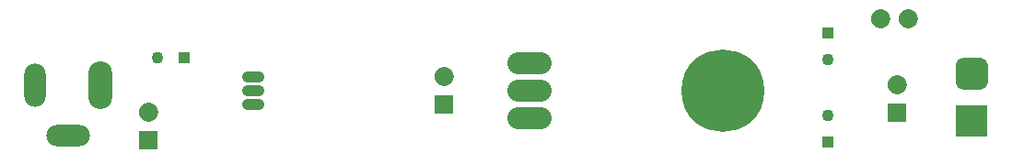
<source format=gbr>
G04 #@! TF.GenerationSoftware,KiCad,Pcbnew,5.1.10*
G04 #@! TF.CreationDate,2021-12-17T17:44:36+03:00*
G04 #@! TF.ProjectId,ripple_cancellation,72697070-6c65-45f6-9361-6e63656c6c61,rev?*
G04 #@! TF.SameCoordinates,Original*
G04 #@! TF.FileFunction,Soldermask,Bot*
G04 #@! TF.FilePolarity,Negative*
%FSLAX46Y46*%
G04 Gerber Fmt 4.6, Leading zero omitted, Abs format (unit mm)*
G04 Created by KiCad (PCBNEW 5.1.10) date 2021-12-17 17:44:36*
%MOMM*%
%LPD*%
G01*
G04 APERTURE LIST*
%ADD10O,4.064000X2.032000*%
%ADD11C,7.620000*%
%ADD12O,2.080000X1.040000*%
%ADD13R,3.000000X3.000000*%
%ADD14R,1.778000X1.778000*%
%ADD15O,4.000000X2.000000*%
%ADD16O,2.200000X4.400000*%
%ADD17O,2.000000X4.000000*%
%ADD18R,1.100000X1.100000*%
%ADD19C,1.100000*%
G04 APERTURE END LIST*
D10*
X108204000Y-53594000D03*
X108204000Y-56134000D03*
X108204000Y-58674000D03*
D11*
X125984000Y-56134000D03*
D12*
X82804000Y-57404000D03*
X82804000Y-56134000D03*
X82804000Y-54864000D03*
G36*
G01*
X142113000Y-49530000D02*
X142113000Y-49530000D01*
G75*
G02*
X143002000Y-48641000I889000J0D01*
G01*
X143002000Y-48641000D01*
G75*
G02*
X143891000Y-49530000I0J-889000D01*
G01*
X143891000Y-49530000D01*
G75*
G02*
X143002000Y-50419000I-889000J0D01*
G01*
X143002000Y-50419000D01*
G75*
G02*
X142113000Y-49530000I0J889000D01*
G01*
G37*
G36*
G01*
X139573000Y-49530000D02*
X139573000Y-49530000D01*
G75*
G02*
X140462000Y-48641000I889000J0D01*
G01*
X140462000Y-48641000D01*
G75*
G02*
X141351000Y-49530000I0J-889000D01*
G01*
X141351000Y-49530000D01*
G75*
G02*
X140462000Y-50419000I-889000J0D01*
G01*
X140462000Y-50419000D01*
G75*
G02*
X139573000Y-49530000I0J889000D01*
G01*
G37*
G36*
G01*
X149594000Y-56110000D02*
X148094000Y-56110000D01*
G75*
G02*
X147344000Y-55360000I0J750000D01*
G01*
X147344000Y-53860000D01*
G75*
G02*
X148094000Y-53110000I750000J0D01*
G01*
X149594000Y-53110000D01*
G75*
G02*
X150344000Y-53860000I0J-750000D01*
G01*
X150344000Y-55360000D01*
G75*
G02*
X149594000Y-56110000I-750000J0D01*
G01*
G37*
D13*
X148844000Y-58928000D03*
G36*
G01*
X141986000Y-56515000D02*
X141986000Y-56515000D01*
G75*
G02*
X141097000Y-55626000I0J889000D01*
G01*
X141097000Y-55626000D01*
G75*
G02*
X141986000Y-54737000I889000J0D01*
G01*
X141986000Y-54737000D01*
G75*
G02*
X142875000Y-55626000I0J-889000D01*
G01*
X142875000Y-55626000D01*
G75*
G02*
X141986000Y-56515000I-889000J0D01*
G01*
G37*
D14*
X141986000Y-58166000D03*
G36*
G01*
X100330000Y-55753000D02*
X100330000Y-55753000D01*
G75*
G02*
X99441000Y-54864000I0J889000D01*
G01*
X99441000Y-54864000D01*
G75*
G02*
X100330000Y-53975000I889000J0D01*
G01*
X100330000Y-53975000D01*
G75*
G02*
X101219000Y-54864000I0J-889000D01*
G01*
X101219000Y-54864000D01*
G75*
G02*
X100330000Y-55753000I-889000J0D01*
G01*
G37*
X100330000Y-57404000D03*
G36*
G01*
X73152000Y-59055000D02*
X73152000Y-59055000D01*
G75*
G02*
X72263000Y-58166000I0J889000D01*
G01*
X72263000Y-58166000D01*
G75*
G02*
X73152000Y-57277000I889000J0D01*
G01*
X73152000Y-57277000D01*
G75*
G02*
X74041000Y-58166000I0J-889000D01*
G01*
X74041000Y-58166000D01*
G75*
G02*
X73152000Y-59055000I-889000J0D01*
G01*
G37*
X73152000Y-60706000D03*
D15*
X65738000Y-60326000D03*
D16*
X68738000Y-55626000D03*
D17*
X62738000Y-55626000D03*
D18*
X135636000Y-50820000D03*
D19*
X135636000Y-53320000D03*
D18*
X135636000Y-60940000D03*
D19*
X135636000Y-58440000D03*
D18*
X76434000Y-53086000D03*
D19*
X73934000Y-53086000D03*
M02*

</source>
